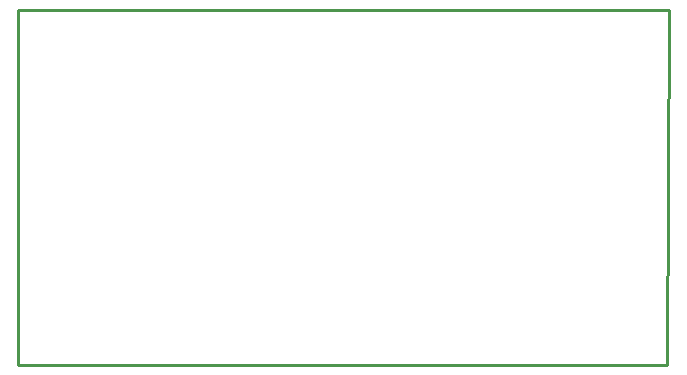
<source format=gko>
%FSDAX24Y24*%
%MOIN*%
%SFA1B1*%

%IPPOS*%
%ADD10C,0.010000*%
%LNpcb_controlboard-1*%
%LPD*%
G54D10*
X000000Y011811D02*
X021680D01*
X021653Y000000D02*
X021700Y011811D01*
X000000Y000000D02*
Y011811D01*
Y000000D02*
X021653D01*
M02*
</source>
